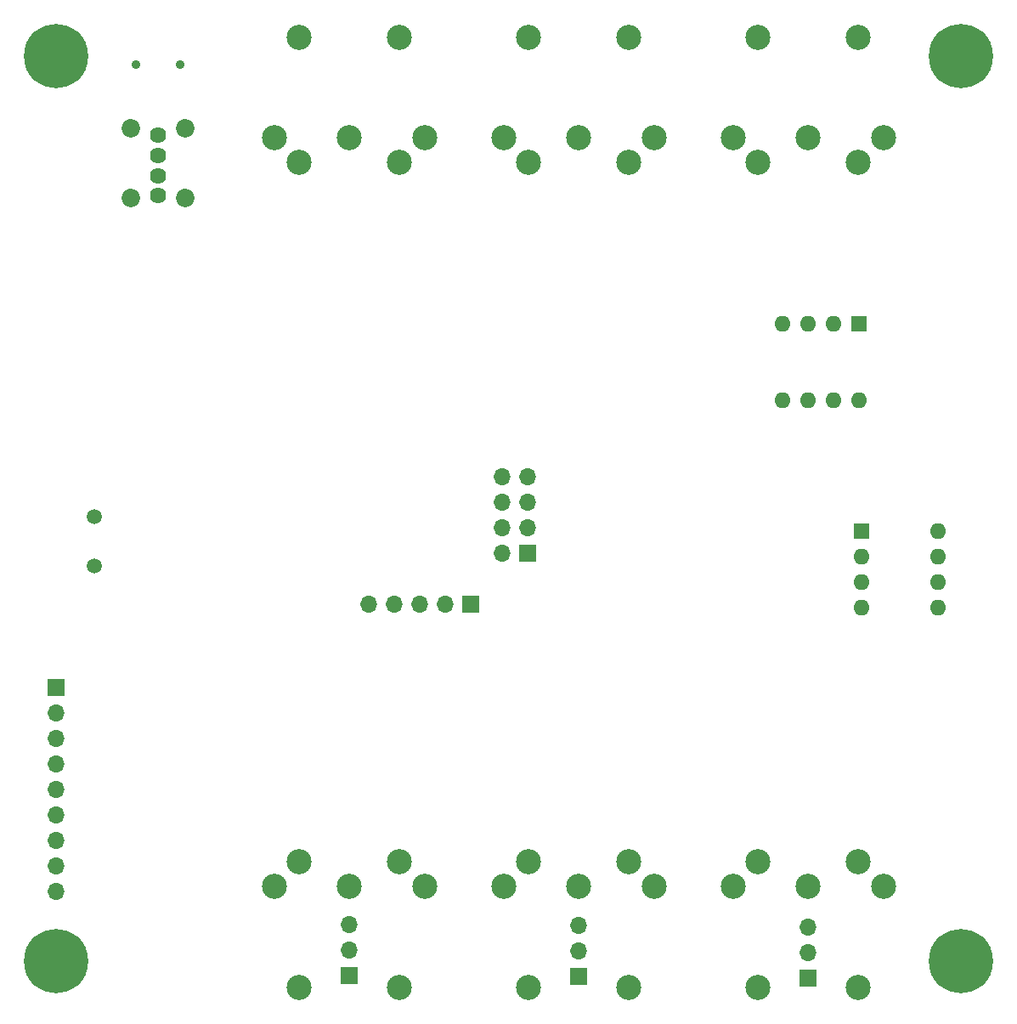
<source format=gbr>
G04 #@! TF.GenerationSoftware,KiCad,Pcbnew,(5.1.9)-1*
G04 #@! TF.CreationDate,2021-01-20T12:41:54+11:00*
G04 #@! TF.ProjectId,USBtoMIDI,55534274-6f4d-4494-9449-2e6b69636164,rev?*
G04 #@! TF.SameCoordinates,Original*
G04 #@! TF.FileFunction,Soldermask,Bot*
G04 #@! TF.FilePolarity,Negative*
%FSLAX46Y46*%
G04 Gerber Fmt 4.6, Leading zero omitted, Abs format (unit mm)*
G04 Created by KiCad (PCBNEW (5.1.9)-1) date 2021-01-20 12:41:54*
%MOMM*%
%LPD*%
G01*
G04 APERTURE LIST*
%ADD10R,1.600000X1.600000*%
%ADD11O,1.600000X1.600000*%
%ADD12C,1.620000*%
%ADD13C,1.850000*%
%ADD14R,1.700000X1.700000*%
%ADD15O,1.700000X1.700000*%
%ADD16C,0.900000*%
%ADD17C,2.500000*%
%ADD18C,6.400000*%
%ADD19C,0.800000*%
%ADD20C,1.500000*%
G04 APERTURE END LIST*
D10*
G04 #@! TO.C,U6*
X193040000Y-77470000D03*
D11*
X185420000Y-85090000D03*
X190500000Y-77470000D03*
X187960000Y-85090000D03*
X187960000Y-77470000D03*
X190500000Y-85090000D03*
X185420000Y-77470000D03*
X193040000Y-85090000D03*
G04 #@! TD*
D12*
G04 #@! TO.C,USB1*
X123190000Y-58674000D03*
X123190000Y-60674000D03*
X123190000Y-62674000D03*
D13*
X125910000Y-57944000D03*
D12*
X123190000Y-64674000D03*
D13*
X125910000Y-64944000D03*
X120470000Y-57944000D03*
X120470000Y-64944000D03*
G04 #@! TD*
D10*
G04 #@! TO.C,SW1*
X193294000Y-98107500D03*
D11*
X200914000Y-105727500D03*
X193294000Y-100647500D03*
X200914000Y-103187500D03*
X193294000Y-103187500D03*
X200914000Y-100647500D03*
X193294000Y-105727500D03*
X200914000Y-98107500D03*
G04 #@! TD*
D14*
G04 #@! TO.C,J3*
X165100000Y-142494000D03*
D15*
X165100000Y-139954000D03*
X165100000Y-137414000D03*
G04 #@! TD*
D14*
G04 #@! TO.C,J2*
X142240000Y-142367000D03*
D15*
X142240000Y-139827000D03*
X142240000Y-137287000D03*
G04 #@! TD*
D14*
G04 #@! TO.C,J1*
X187960000Y-142621000D03*
D15*
X187960000Y-140081000D03*
X187960000Y-137541000D03*
G04 #@! TD*
D16*
G04 #@! TO.C,USB2*
X125390000Y-51635000D03*
X120990000Y-51635000D03*
G04 #@! TD*
D17*
G04 #@! TO.C,DIN6*
X182960000Y-143525000D03*
X192960000Y-143525000D03*
X182960000Y-131025000D03*
X195460000Y-133525000D03*
X187960000Y-133525000D03*
X192960000Y-131025000D03*
X180460000Y-133525000D03*
G04 #@! TD*
G04 #@! TO.C,DIN5*
X160100000Y-143525000D03*
X170100000Y-143525000D03*
X160100000Y-131025000D03*
X172600000Y-133525000D03*
X165100000Y-133525000D03*
X170100000Y-131025000D03*
X157600000Y-133525000D03*
G04 #@! TD*
D14*
G04 #@! TO.C,J7*
X160020000Y-100330000D03*
D15*
X157480000Y-100330000D03*
X160020000Y-97790000D03*
X157480000Y-97790000D03*
X160020000Y-95250000D03*
X157480000Y-95250000D03*
X160020000Y-92710000D03*
X157480000Y-92710000D03*
G04 #@! TD*
D17*
G04 #@! TO.C,DIN4*
X137240000Y-143525000D03*
X147240000Y-143525000D03*
X137240000Y-131025000D03*
X149740000Y-133525000D03*
X142240000Y-133525000D03*
X147240000Y-131025000D03*
X134740000Y-133525000D03*
G04 #@! TD*
D18*
G04 #@! TO.C,H4*
X203200000Y-50800000D03*
D19*
X203200000Y-53200000D03*
X201502944Y-52497056D03*
X200800000Y-50800000D03*
X201502944Y-49102944D03*
X203200000Y-48400000D03*
X204897056Y-49102944D03*
X205600000Y-50800000D03*
X204897056Y-52497056D03*
G04 #@! TD*
D18*
G04 #@! TO.C,H3*
X203200000Y-140970000D03*
D19*
X203200000Y-143370000D03*
X201502944Y-142667056D03*
X200800000Y-140970000D03*
X201502944Y-139272944D03*
X203200000Y-138570000D03*
X204897056Y-139272944D03*
X205600000Y-140970000D03*
X204897056Y-142667056D03*
G04 #@! TD*
D18*
G04 #@! TO.C,H2*
X113030000Y-140970000D03*
D19*
X113030000Y-143370000D03*
X111332944Y-142667056D03*
X110630000Y-140970000D03*
X111332944Y-139272944D03*
X113030000Y-138570000D03*
X114727056Y-139272944D03*
X115430000Y-140970000D03*
X114727056Y-142667056D03*
G04 #@! TD*
D18*
G04 #@! TO.C,H1*
X113030000Y-50800000D03*
D19*
X113030000Y-53200000D03*
X111332944Y-52497056D03*
X110630000Y-50800000D03*
X111332944Y-49102944D03*
X113030000Y-48400000D03*
X114727056Y-49102944D03*
X115430000Y-50800000D03*
X114727056Y-52497056D03*
G04 #@! TD*
D20*
G04 #@! TO.C,Y1*
X116840000Y-96647000D03*
X116840000Y-101547000D03*
G04 #@! TD*
D17*
G04 #@! TO.C,DIN3*
X147240000Y-48880000D03*
X137240000Y-48880000D03*
X147240000Y-61380000D03*
X134740000Y-58880000D03*
X142240000Y-58880000D03*
X137240000Y-61380000D03*
X149740000Y-58880000D03*
G04 #@! TD*
G04 #@! TO.C,DIN2*
X170100000Y-48880000D03*
X160100000Y-48880000D03*
X170100000Y-61380000D03*
X157600000Y-58880000D03*
X165100000Y-58880000D03*
X160100000Y-61380000D03*
X172600000Y-58880000D03*
G04 #@! TD*
G04 #@! TO.C,DIN1*
X192960000Y-48880000D03*
X182960000Y-48880000D03*
X192960000Y-61380000D03*
X180460000Y-58880000D03*
X187960000Y-58880000D03*
X182960000Y-61380000D03*
X195460000Y-58880000D03*
G04 #@! TD*
D14*
G04 #@! TO.C,J9*
X113030000Y-113665000D03*
D15*
X113030000Y-116205000D03*
X113030000Y-118745000D03*
X113030000Y-121285000D03*
X113030000Y-123825000D03*
X113030000Y-126365000D03*
X113030000Y-128905000D03*
X113030000Y-131445000D03*
X113030000Y-133985000D03*
G04 #@! TD*
D14*
G04 #@! TO.C,J8*
X154305000Y-105410000D03*
D15*
X151765000Y-105410000D03*
X149225000Y-105410000D03*
X146685000Y-105410000D03*
X144145000Y-105410000D03*
G04 #@! TD*
M02*

</source>
